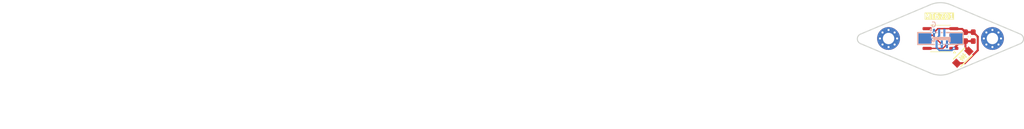
<source format=kicad_pcb>
(kicad_pcb (version 20240108) (generator "pcbnew") (generator_version "8.0")
  (layers (0 "F.Cu" signal) (31 "B.Cu" signal) (34 "B.Paste" user) (35 "F.Paste" user) (36 "B.SilkS" user "B.Silkscreen") (37 "F.SilkS" user "F.Silkscreen") (38 "B.Mask" user) (39 "F.Mask" user) (44 "Edge.Cuts" user))
  (net 0 "")
  (net 1 "GND")
  (net 2 "+3V3")
  (net 3 "/MOSI")
  (net 4 "/MISO")
  (net 5 "/CLK")
  (net 7 "/CSN")
  (footprint "Capacitor_SMD:C_0603_1608Metric_Pad1.08x0.95mm_HandSolder" (layer "F.Cu") (at 206.6 74.3375 90)
    (property "Reference" "C3" (hide yes))
    (property "Value" "100n")
    (fp_line (start -0.146267 -0.51) (end 0.146267 -0.51) (stroke (width 0.12)) (layer "F.SilkS"))
    (fp_line (start -0.146267 0.51) (end 0.146267 0.51) (stroke (width 0.12)) (layer "F.SilkS"))
    (pad "1" smd roundrect (at -0.8625 0 90) (size 1.075 0.95) (layers "F.Cu" "F.Paste" "F.Mask") (net 2 "+3V3"))
    (pad "2" smd roundrect (at 0.8625 0 90) (size 1.075 0.95) (layers "F.Cu" "F.Paste" "F.Mask") (net 1 "GND"))
  )
  (footprint "MountingHole:MountingHole_2.2mm_M2_Pad_Via" (layer "F.Cu") (at 210.3 74.7 90)
    (property "Reference" "H4" (hide yes))
    (property "Value" "MountingHole")
    (pad "1" thru_hole circle (at -1.65 0 90) (size 0.7 0.7) (drill 0.4) (layers "*.Cu" "*.Mask"))
    (pad "1" thru_hole circle (at -1.166726 -1.166726 90) (size 0.7 0.7) (drill 0.4) (layers "*.Cu" "*.Mask"))
    (pad "1" thru_hole circle (at -1.166726 1.166726 90) (size 0.7 0.7) (drill 0.4) (layers "*.Cu" "*.Mask"))
    (pad "1" thru_hole circle (at 0 -1.65 90) (size 0.7 0.7) (drill 0.4) (layers "*.Cu" "*.Mask"))
    (pad "1" thru_hole circle (at 0 0 90) (size 4.4 4.4) (drill 2.2) (layers "*.Cu" "*.Mask"))
    (pad "1" thru_hole circle (at 0 1.65 90) (size 0.7 0.7) (drill 0.4) (layers "*.Cu" "*.Mask"))
    (pad "1" thru_hole circle (at 1.166726 -1.166726 90) (size 0.7 0.7) (drill 0.4) (layers "*.Cu" "*.Mask"))
    (pad "1" thru_hole circle (at 1.166726 1.166726 90) (size 0.7 0.7) (drill 0.4) (layers "*.Cu" "*.Mask"))
    (pad "1" thru_hole circle (at 1.65 0 90) (size 0.7 0.7) (drill 0.4) (layers "*.Cu" "*.Mask"))
  )
  (footprint "encoder:SMF5.0CA" (layer "F.Cu") (at 204.6 78.3 -135)
    (property "Reference" "U2" (hide yes))
    (property "Value" "SMF5.0CA")
    (fp_line (start 0.504 0.508) (end 0.504 -0.508) (stroke (width 0.15)) (layer "F.SilkS"))
    (fp_line (start -0.004 0.254001) (end -0.004 -0.254001) (stroke (width 0.15)) (layer "F.SilkS"))
    (fp_line (start -0.003999 0) (end 0.504 0.508) (stroke (width 0.15)) (layer "F.SilkS"))
    (fp_line (start -0.003999 0) (end -0.512 0.508) (stroke (width 0.15)) (layer "F.SilkS"))
    (fp_line (start -0.003999 0) (end 0.504 -0.508) (stroke (width 0.15)) (layer "F.SilkS"))
    (fp_line (start -0.003999 0) (end -0.512 -0.508) (stroke (width 0.15)) (layer "F.SilkS"))
    (fp_line (start -1.504 1) (end 1.496 1) (stroke (width 0.254)) (layer "F.SilkS"))
    (fp_line (start -0.004 -0.508) (end -0.004 0.508) (stroke (width 0.15)) (layer "F.SilkS"))
    (fp_line (start -0.766 0) (end 0.758 0) (stroke (width 0.15)) (layer "F.SilkS"))
    (fp_line (start -0.512 -0.508) (end -0.512 0.508) (stroke (width 0.15)) (layer "F.SilkS"))
    (fp_line (start -1.504 -1) (end 1.496 -1) (stroke (width 0.254)) (layer "F.SilkS"))
    (pad "1" smd rect (at -1.656 0 225) (size 1.2 1.4) (layers "F.Cu" "F.Paste" "F.Mask") (net 2 "+3V3"))
    (pad "2" smd rect (at 1.656 0 225) (size 1.2 1.4) (layers "F.Cu" "F.Paste" "F.Mask") (net 1 "GND"))
  )
  (footprint "MountingHole:MountingHole_2.2mm_M2_Pad_Via" (layer "F.Cu") (at 190.3 74.7)
    (property "Reference" "H3" (hide yes))
    (property "Value" "MountingHole")
    (pad "1" thru_hole circle (at -1.65 0) (size 0.7 0.7) (drill 0.4) (layers "*.Cu" "*.Mask"))
    (pad "1" thru_hole circle (at -1.166726 -1.166726) (size 0.7 0.7) (drill 0.4) (layers "*.Cu" "*.Mask"))
    (pad "1" thru_hole circle (at -1.166726 1.166726) (size 0.7 0.7) (drill 0.4) (layers "*.Cu" "*.Mask"))
    (pad "1" thru_hole circle (at 0 -1.65) (size 0.7 0.7) (drill 0.4) (layers "*.Cu" "*.Mask"))
    (pad "1" thru_hole circle (at 0 0) (size 4.4 4.4) (drill 2.2) (layers "*.Cu" "*.Mask"))
    (pad "1" thru_hole circle (at 0 1.65) (size 0.7 0.7) (drill 0.4) (layers "*.Cu" "*.Mask"))
    (pad "1" thru_hole circle (at 1.166726 -1.166726) (size 0.7 0.7) (drill 0.4) (layers "*.Cu" "*.Mask"))
    (pad "1" thru_hole circle (at 1.166726 1.166726) (size 0.7 0.7) (drill 0.4) (layers "*.Cu" "*.Mask"))
    (pad "1" thru_hole circle (at 1.65 0) (size 0.7 0.7) (drill 0.4) (layers "*.Cu" "*.Mask"))
  )
  (footprint "Capacitor_SMD:C_0603_1608Metric_Pad1.08x0.95mm_HandSolder" (layer "F.Cu") (at 205.1 74.3375 90)
    (property "Reference" "C2" (hide yes))
    (property "Value" "1u")
    (fp_line (start -0.146267 -0.51) (end 0.146267 -0.51) (stroke (width 0.12)) (layer "F.SilkS"))
    (fp_line (start -0.146267 0.51) (end 0.146267 0.51) (stroke (width 0.12)) (layer "F.SilkS"))
    (pad "1" smd roundrect (at -0.8625 0 90) (size 1.075 0.95) (layers "F.Cu" "F.Paste" "F.Mask") (net 2 "+3V3"))
    (pad "2" smd roundrect (at 0.8625 0 90) (size 1.075 0.95) (layers "F.Cu" "F.Paste" "F.Mask") (net 1 "GND"))
  )
  (footprint "Package_SO:SO-8_3.9x4.9mm_P1.27mm" (layer "F.Cu") (at 200.3 74.7 180)
    (property "Reference" "U1" (hide yes))
    (property "Value" "MT6701CT")
    (fp_line (start 0 2.56) (end 1.95 2.56) (stroke (width 0.12)) (layer "F.SilkS"))
    (fp_line (start 0 2.56) (end -1.95 2.56) (stroke (width 0.12)) (layer "F.SilkS"))
    (fp_line (start 0 -2.56) (end 1.95 -2.56) (stroke (width 0.12)) (layer "F.SilkS"))
    (fp_line (start 0 -2.56) (end -1.95 -2.56) (stroke (width 0.12)) (layer "F.SilkS"))
    (fp_poly (pts (xy -2.7 -2.465) (xy -2.94 -2.795) (xy -2.46 -2.795) (xy -2.7 -2.465)) (stroke (width 0.12)) (fill solid) (layer "F.SilkS"))
    (pad "1" smd roundrect (at -2.575 -1.905 180) (size 1.75 0.6) (layers "F.Cu" "F.Paste" "F.Mask") (net 2 "+3V3"))
    (pad "2" smd roundrect (at -2.575 -0.635 180) (size 1.75 0.6) (layers "F.Cu" "F.Paste" "F.Mask") (net 2 "+3V3"))
    (pad "3" smd roundrect (at -2.575 0.635 180) (size 1.75 0.6) (layers "F.Cu" "F.Paste" "F.Mask"))
    (pad "4" smd roundrect (at -2.575 1.905 180) (size 1.75 0.6) (layers "F.Cu" "F.Paste" "F.Mask") (net 1 "GND"))
    (pad "5" smd roundrect (at 2.575 1.905 180) (size 1.75 0.6) (layers "F.Cu" "F.Paste" "F.Mask"))
    (pad "6" smd roundrect (at 2.575 0.635 180) (size 1.75 0.6) (layers "F.Cu" "F.Paste" "F.Mask") (net 4 "/MISO"))
    (pad "7" smd roundrect (at 2.575 -0.635 180) (size 1.75 0.6) (layers "F.Cu" "F.Paste" "F.Mask") (net 5 "/CLK"))
    (pad "8" smd roundrect (at 2.575 -1.905 180) (size 1.75 0.6) (layers "F.Cu" "F.Paste" "F.Mask") (net 7 "/CSN"))
  )
  (footprint "encoder:FPC-SMD_6P-P0.50_HDGC_0.5K-A-6PB" (layer "B.Cu") (at 200.3 74.7)
    (property "Reference" "J1" (hide yes))
    (property "Value" "Conn_01x06")
    (fp_line (start -4.367 -1.143) (end -4.367 1.143) (stroke (width 0.254)) (layer "B.SilkS"))
    (fp_line (start -1.769 -1.143) (end -4.367 -1.143) (stroke (width 0.254)) (layer "B.SilkS"))
    (fp_line (start -1.181 1.143) (end -4.367 1.143) (stroke (width 0.254)) (layer "B.SilkS"))
    (fp_line (start -0.681 -1.143) (end -0.819 -1.143) (stroke (width 0.254)) (layer "B.SilkS"))
    (fp_line (start -0.319 1.143) (end -0.181 1.143) (stroke (width 0.254)) (layer "B.SilkS"))
    (fp_line (start 0.319 -1.143) (end 0.181 -1.143) (stroke (width 0.254)) (layer "B.SilkS"))
    (fp_line (start 0.681 1.143) (end 0.819 1.143) (stroke (width 0.254)) (layer "B.SilkS"))
    (fp_line (start 1.143 -1.143) (end 4.367 -1.143) (stroke (width 0.254)) (layer "B.SilkS"))
    (fp_line (start 1.651 1.143) (end 4.367 1.143) (stroke (width 0.254)) (layer "B.SilkS"))
    (fp_line (start 4.367 1.143) (end 4.367 -1.143) (stroke (width 0.254)) (layer "B.SilkS"))
    (fp_circle (center -1.838 -1.651) (end -1.711 -1.651) (stroke (width 0.254)) (fill none) (layer "B.SilkS"))
    (fp_poly (pts (xy -1.524 -0.254) (xy -1.524 0.635) (xy -1.143 0.635) (xy -1.143 0.254) (xy 1.524 0.254) (xy 1.524 0.635) (xy 1.905 0.635) (xy 1.905 -0.254) (xy -1.524 -0.254)) (stroke (width 0.12)) (fill solid) (layer "B.SilkS"))
    (pad "1" smd rect (at -1.25 -1.125 180) (size 0.4 1.5) (layers "B.Cu" "B.Paste" "B.Mask") (net 1 "GND"))
    (pad "2" smd rect (at -0.75 1.125 180) (size 0.4 1.5) (layers "B.Cu" "B.Paste" "B.Mask") (net 2 "+3V3"))
    (pad "3" smd rect (at -0.25 -1.125 180) (size 0.4 1.5) (layers "B.Cu" "B.Paste" "B.Mask") (net 5 "/CLK"))
    (pad "4" smd rect (at 0.25 1.125 180) (size 0.4 1.5) (layers "B.Cu" "B.Paste" "B.Mask") (net 4 "/MISO"))
    (pad "5" smd rect (at 0.75 -1.125 180) (size 0.4 1.5) (layers "B.Cu" "B.Paste" "B.Mask") (net 3 "/MOSI"))
    (pad "6" smd rect (at 1.25 1.125 180) (size 0.4 1.5) (layers "B.Cu" "B.Paste" "B.Mask") (net 7 "/CSN"))
    (pad "7" smd rect (at 3 0 180) (size 2.5 2) (layers "B.Cu" "B.Paste" "B.Mask"))
    (pad "8" smd rect (at -3 0) (size 2.5 2) (layers "B.Cu" "B.Paste" "B.Mask"))
  )
  (gr_line (start 184.9 73.85) (end 198.342121 68.165857) (stroke (width 0.2)) (layer "Edge.Cuts"))
  (gr_line (start 198.342121 81.376241) (end 184.9 75.692098) (stroke (width 0.2)) (layer "Edge.Cuts"))
  (gr_line (start 215.67895 75.692098) (end 202.236829 81.376242) (stroke (width 0.2)) (layer "Edge.Cuts"))
  (gr_arc (start 215.678946 73.85001) (mid 216.289475 74.771049) (end 215.678946 75.692088) (stroke (width 0.2)) (layer "Edge.Cuts"))
  (gr_line (start 215.678946 73.85001) (end 215.67895 73.85) (stroke (width 0.2)) (layer "Edge.Cuts"))
  (gr_line (start 202.236829 68.165857) (end 215.67895 73.85) (stroke (width 0.2)) (layer "Edge.Cuts"))
  (gr_line (start 184.900004 75.692088) (end 184.9 75.692098) (stroke (width 0.2)) (layer "Edge.Cuts"))
  (gr_arc (start 184.900004 75.692088) (mid 184.289475 74.771049) (end 184.900004 73.85001) (stroke (width 0.2)) (layer "Edge.Cuts"))
  (gr_arc (start 202.236829 81.376242) (mid 200.289475 81.771049) (end 198.342121 81.376241) (stroke (width 0.2)) (layer "Edge.Cuts"))
  (gr_line (start 215.678946 75.692088) (end 215.67895 75.692098) (stroke (width 0.2)) (layer "Edge.Cuts"))
  (gr_line (start 184.900004 73.85001) (end 184.9 73.85) (stroke (width 0.2)) (layer "Edge.Cuts"))
  (gr_arc (start 198.342121 68.165857) (mid 200.289475 67.771049) (end 202.236829 68.165857) (stroke (width 0.2)) (layer "Edge.Cuts"))
  (gr_text "G" (at 199.6 72.6 0) (layer "B.SilkS") (effects (font (size 1 1)) (justify left bottom mirror)))
  (gr_text "MT6701" (at 197.1 71 0) (layer "F.SilkS" knockout) (effects (font (size 1 1)) (justify left bottom)))
  (segment (start 207.475 74.35) (end 206.6 73.475) (width 0.4) (layer "F.Cu") (net 1))
  (segment (start 206.6 73.475) (end 205.1 73.475) (width 0.4) (layer "F.Cu") (net 1))
  (segment (start 202.875 72.86) (end 204.485 72.86) (width 0.4) (layer "F.Cu") (net 1))
  (segment (start 202.875 72.795) (end 199.800854 72.795) (width 0.3) (layer "F.Cu") (net 1))
  (segment (start 199.800854 72.795) (end 199.082948 73.512906) (width 0.3) (layer "F.Cu") (net 1))
  (segment (start 203.429031 79.470969) (end 204.984667 79.470969) (width 0.4) (layer "F.Cu") (net 1))
  (segment (start 204.485 72.86) (end 205.1 73.475) (width 0.4) (layer "F.Cu") (net 1))
  (segment (start 207.475 76.980636) (end 207.475 74.35) (width 0.4) (layer "F.Cu") (net 1))
  (segment (start 204.984667 79.470969) (end 207.475 76.980636) (width 0.4) (layer "F.Cu") (net 1))
  (via (at 199.082948 73.512906) (size 0.6) (drill 0.3) (layers "F.Cu" "B.Cu") (net 1))
  (segment (start 205.1 76.458062) (end 205.770969 77.129031) (width 0.4) (layer "F.Cu") (net 2))
  (segment (start 204.28 75.2) (end 202.875 76.605) (width 0.4) (layer "F.Cu") (net 2))
  (segment (start 204.6 75.1) (end 203.78 75.1) (width 0.4) (layer "F.Cu") (net 2))
  (segment (start 205.106002 75.2) (end 206.6 75.2) (width 0.4) (layer "F.Cu") (net 2))
  (segment (start 205.1 75.2) (end 205.1 76.458062) (width 0.4) (layer "F.Cu") (net 2))
  (segment (start 205.1 75.2) (end 203.01 75.2) (width 0.4) (layer "F.Cu") (net 2))
  (via (at 202.875 76.605) (size 0.6) (drill 0.3) (layers "F.Cu" "B.Cu") (net 2))
  (segment (start 200.066026 76.991026) (end 202.488974 76.991026) (width 0.3) (layer "B.Cu") (net 2))
  (segment (start 199.55 76.475) (end 200.066026 76.991026) (width 0.3) (layer "B.Cu") (net 2))
  (segment (start 199.55 75.825) (end 199.55 76.475) (width 0.3) (layer "B.Cu") (net 2))
  (segment (start 202.488974 76.991026) (end 202.875 76.605) (width 0.3) (layer "B.Cu") (net 2))
  (segment (start 197.725 74.065) (end 198.79 74.065) (width 0.25) (layer "F.Cu") (net 4))
  (segment (start 198.79 74.065) (end 200.55 75.825) (width 0.25) (layer "F.Cu") (net 4))
  (via (at 200.55 75.825) (size 0.5) (drill 0.25) (layers "F.Cu" "B.Cu") (net 4))
  (segment (start 198.165913 74.894087) (end 197.725 75.335) (width 0.25) (layer "F.Cu") (net 5))
  (segment (start 198.805913 74.894087) (end 198.165913 74.894087) (width 0.25) (layer "F.Cu") (net 5))
  (via (at 198.805913 74.894087) (size 0.5) (drill 0.25) (layers "F.Cu" "B.Cu") (net 5))
  (segment (start 199.05 74.65) (end 198.805913 74.894087) (width 0.25) (layer "B.Cu") (net 5))
  (segment (start 199.525 74.65) (end 199.05 74.65) (width 0.25) (layer "B.Cu") (net 5))
  (segment (start 200.05 74.125) (end 199.525 74.65) (width 0.25) (layer "B.Cu") (net 5))
  (segment (start 200.05 73.575) (end 200.05 74.125) (width 0.25) (layer "B.Cu") (net 5))
  (segment (start 200.77 76.605) (end 201.55 75.825) (width 0.25) (layer "F.Cu") (net 7))
  (segment (start 197.725 76.605) (end 200.77 76.605) (width 0.25) (layer "F.Cu") (net 7))
  (via (at 201.55 75.825) (size 0.5) (drill 0.25) (layers "F.Cu" "B.Cu") (net 7))
)
</source>
